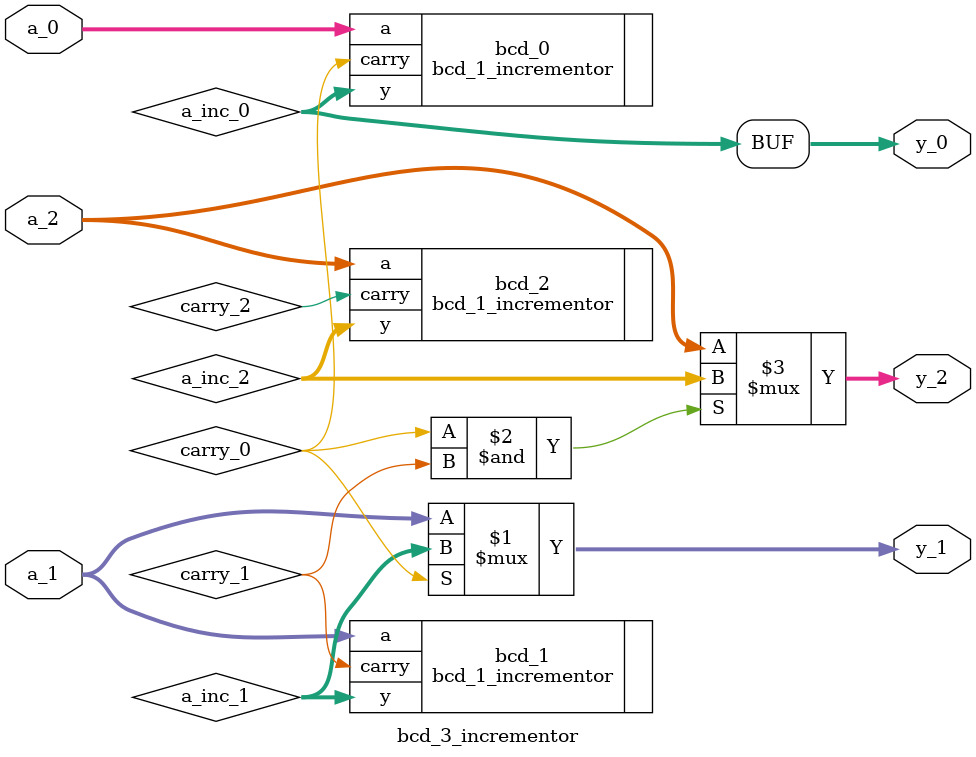
<source format=sv>
`timescale 1ns / 1ps

module bcd_3_incrementor(
    input logic [3:0] a_0,
    input logic [3:0] a_1,
    input logic [3:0] a_2,
    output logic [3:0] y_0,
    output logic [3:0] y_1,
    output logic [3:0] y_2
    );
    
    logic carry_0, carry_1, carry_2;
    
    logic [3:0] a_inc_0;
    logic [3:0] a_inc_1;
    logic [3:0] a_inc_2;
    
    bcd_1_incrementor bcd_0(.a(a_0), .y(a_inc_0), .carry(carry_0));
    bcd_1_incrementor bcd_1(.a(a_1), .y(a_inc_1), .carry(carry_1));
    bcd_1_incrementor bcd_2(.a(a_2), .y(a_inc_2), .carry(carry_2));
    
    assign y_0 = a_inc_0;
    assign y_1 = carry_0 ? a_inc_1 : a_1;
    assign y_2 = carry_0 & carry_1 ? a_inc_2 : a_2;

endmodule

</source>
